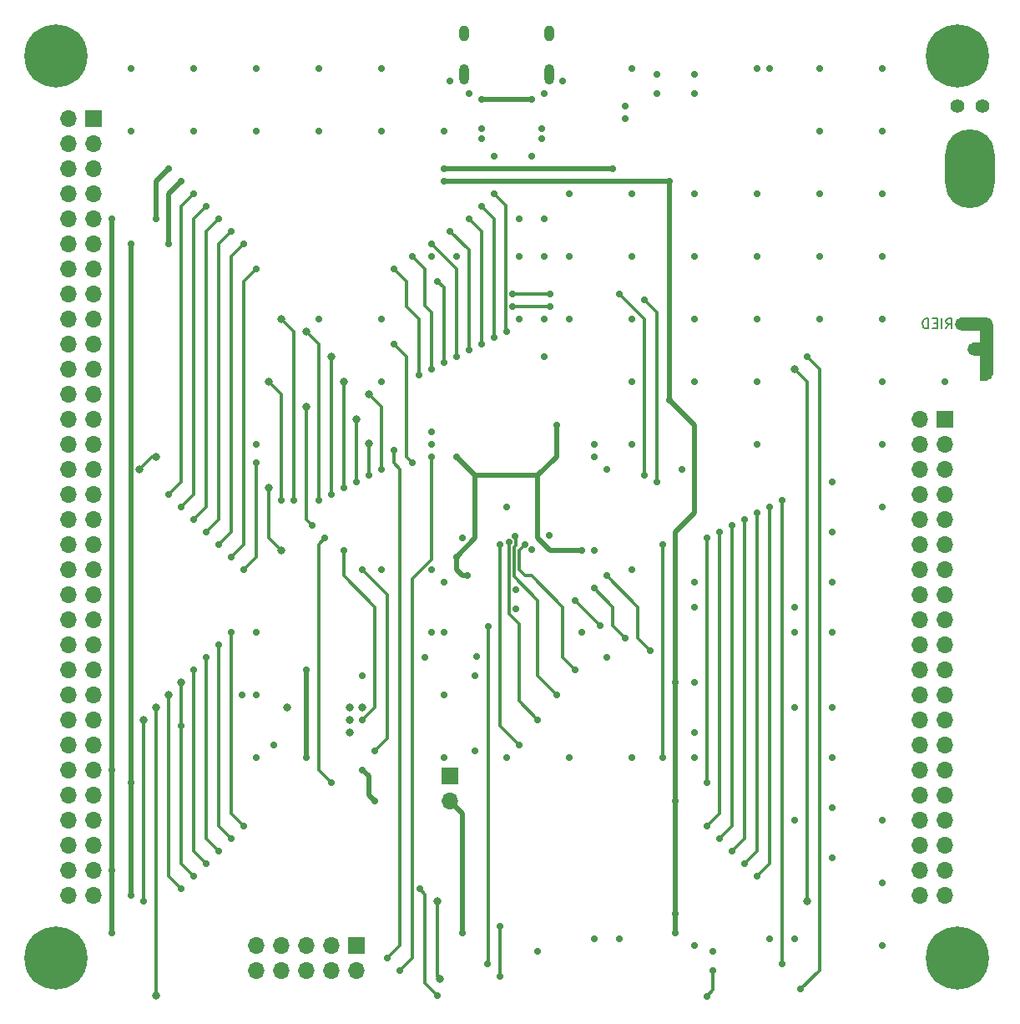
<source format=gbr>
%TF.GenerationSoftware,KiCad,Pcbnew,(6.0.5)*%
%TF.CreationDate,2022-08-30T11:56:48+01:00*%
%TF.ProjectId,STM32F405RGT6,53544d33-3246-4343-9035-524754362e6b,V22.08.0.1*%
%TF.SameCoordinates,Original*%
%TF.FileFunction,Copper,L4,Bot*%
%TF.FilePolarity,Positive*%
%FSLAX46Y46*%
G04 Gerber Fmt 4.6, Leading zero omitted, Abs format (unit mm)*
G04 Created by KiCad (PCBNEW (6.0.5)) date 2022-08-30 11:56:48*
%MOMM*%
%LPD*%
G01*
G04 APERTURE LIST*
%ADD10C,0.150000*%
%TA.AperFunction,NonConductor*%
%ADD11C,0.150000*%
%TD*%
%TA.AperFunction,EtchedComponent*%
%ADD12C,0.635500*%
%TD*%
%TA.AperFunction,EtchedComponent*%
%ADD13C,0.001000*%
%TD*%
%TA.AperFunction,ComponentPad*%
%ADD14O,5.000000X8.000000*%
%TD*%
%TA.AperFunction,ComponentPad*%
%ADD15C,6.400000*%
%TD*%
%TA.AperFunction,ComponentPad*%
%ADD16C,1.400000*%
%TD*%
%TA.AperFunction,ComponentPad*%
%ADD17R,1.700000X1.700000*%
%TD*%
%TA.AperFunction,ComponentPad*%
%ADD18O,1.700000X1.700000*%
%TD*%
%TA.AperFunction,ComponentPad*%
%ADD19O,1.000000X1.600000*%
%TD*%
%TA.AperFunction,ComponentPad*%
%ADD20O,1.000000X2.100000*%
%TD*%
%TA.AperFunction,ViaPad*%
%ADD21C,0.700000*%
%TD*%
%TA.AperFunction,ViaPad*%
%ADD22C,0.800000*%
%TD*%
%TA.AperFunction,Conductor*%
%ADD23C,0.300000*%
%TD*%
%TA.AperFunction,Conductor*%
%ADD24C,0.500000*%
%TD*%
G04 APERTURE END LIST*
D10*
%TO.C,REF\u002A\u002A*%
D11*
X132987726Y-66926380D02*
X133321059Y-66450190D01*
X133559154Y-66926380D02*
X133559154Y-65926380D01*
X133178202Y-65926380D01*
X133082964Y-65974000D01*
X133035345Y-66021619D01*
X132987726Y-66116857D01*
X132987726Y-66259714D01*
X133035345Y-66354952D01*
X133082964Y-66402571D01*
X133178202Y-66450190D01*
X133559154Y-66450190D01*
X132559154Y-66926380D02*
X132559154Y-65926380D01*
X132082964Y-66402571D02*
X131749630Y-66402571D01*
X131606773Y-66926380D02*
X132082964Y-66926380D01*
X132082964Y-65926380D01*
X131606773Y-65926380D01*
X131178202Y-66926380D02*
X131178202Y-65926380D01*
X130940107Y-65926380D01*
X130797250Y-65974000D01*
X130702011Y-66069238D01*
X130654392Y-66164476D01*
X130606773Y-66354952D01*
X130606773Y-66497809D01*
X130654392Y-66688285D01*
X130702011Y-66783523D01*
X130797250Y-66878761D01*
X130940107Y-66926380D01*
X131178202Y-66926380D01*
D12*
X137387500Y-66474000D02*
G75*
G03*
X137387500Y-66474000I-317750J0D01*
G01*
X136117500Y-69014000D02*
G75*
G03*
X136117500Y-69014000I-317750J0D01*
G01*
X134847500Y-66474000D02*
G75*
G03*
X134847500Y-66474000I-317750J0D01*
G01*
X137387500Y-71554000D02*
G75*
G03*
X137387500Y-71554000I-317750J0D01*
G01*
G36*
X137704750Y-66474000D02*
G01*
X137704750Y-71554000D01*
X137069750Y-72189000D01*
X136434750Y-72189000D01*
X136434750Y-69649000D01*
X135799750Y-69649000D01*
X135799750Y-68379000D01*
X136434750Y-68379000D01*
X136434750Y-67109000D01*
X134529750Y-67109000D01*
X134529750Y-65839000D01*
X137069750Y-65839000D01*
X137704750Y-66474000D01*
G37*
D13*
X137704750Y-66474000D02*
X137704750Y-71554000D01*
X137069750Y-72189000D01*
X136434750Y-72189000D01*
X136434750Y-69649000D01*
X135799750Y-69649000D01*
X135799750Y-68379000D01*
X136434750Y-68379000D01*
X136434750Y-67109000D01*
X134529750Y-67109000D01*
X134529750Y-65839000D01*
X137069750Y-65839000D01*
X137704750Y-66474000D01*
%TD*%
D14*
%TO.P,GND1,1,1*%
%TO.N,GND*%
X135395000Y-50724000D03*
%TD*%
D15*
%TO.P,H1,1*%
%TO.N,N/C*%
X42685000Y-39294000D03*
%TD*%
%TO.P,H2,1*%
%TO.N,N/C*%
X42685000Y-130734000D03*
%TD*%
%TO.P,H3,1*%
%TO.N,N/C*%
X134125000Y-130734000D03*
%TD*%
%TO.P,H4,1,1*%
%TO.N,Net-(H4-Pad1)*%
X134125000Y-39294000D03*
%TD*%
D16*
%TO.P,JP5,1,1*%
%TO.N,Net-(H4-Pad1)*%
X134125000Y-44374000D03*
%TO.P,JP5,2,2*%
%TO.N,GND*%
X136665000Y-44374000D03*
%TD*%
D17*
%TO.P,J3,1,Pin_1*%
%TO.N,V+*%
X46495000Y-45644000D03*
D18*
%TO.P,J3,2,Pin_2*%
X43955000Y-45644000D03*
%TO.P,J3,3,Pin_3*%
%TO.N,V-*%
X46495000Y-48184000D03*
%TO.P,J3,4,Pin_4*%
X43955000Y-48184000D03*
%TO.P,J3,5,Pin_5*%
%TO.N,+12V*%
X46495000Y-50724000D03*
%TO.P,J3,6,Pin_6*%
%TO.N,GND*%
X43955000Y-50724000D03*
%TO.P,J3,7,Pin_7*%
%TO.N,-12V*%
X46495000Y-53264000D03*
%TO.P,J3,8,Pin_8*%
%TO.N,GND*%
X43955000Y-53264000D03*
%TO.P,J3,9,Pin_9*%
%TO.N,+5V*%
X46495000Y-55804000D03*
%TO.P,J3,10,Pin_10*%
%TO.N,GND*%
X43955000Y-55804000D03*
%TO.P,J3,11,Pin_11*%
%TO.N,+3V3*%
X46495000Y-58344000D03*
%TO.P,J3,12,Pin_12*%
%TO.N,GND*%
X43955000Y-58344000D03*
%TO.P,J3,13,Pin_13*%
%TO.N,RX1*%
X46495000Y-60884000D03*
%TO.P,J3,14,Pin_14*%
%TO.N,TX1*%
X43955000Y-60884000D03*
%TO.P,J3,15,Pin_15*%
%TO.N,RX2*%
X46495000Y-63424000D03*
%TO.P,J3,16,Pin_16*%
%TO.N,TX2*%
X43955000Y-63424000D03*
%TO.P,J3,17,Pin_17*%
%TO.N,MOSI1*%
X46495000Y-65964000D03*
%TO.P,J3,18,Pin_18*%
%TO.N,MISO1*%
X43955000Y-65964000D03*
%TO.P,J3,19,Pin_19*%
%TO.N,CS1*%
X46495000Y-68504000D03*
%TO.P,J3,20,Pin_20*%
%TO.N,SCLK1*%
X43955000Y-68504000D03*
%TO.P,J3,21,Pin_21*%
%TO.N,CS2*%
X46495000Y-71044000D03*
%TO.P,J3,22,Pin_22*%
%TO.N,CS3*%
X43955000Y-71044000D03*
%TO.P,J3,23,Pin_23*%
%TO.N,SCLK2*%
X46495000Y-73584000D03*
%TO.P,J3,24,Pin_24*%
%TO.N,CS4*%
X43955000Y-73584000D03*
%TO.P,J3,25,Pin_25*%
%TO.N,MOSI2*%
X46495000Y-76124000D03*
%TO.P,J3,26,Pin_26*%
%TO.N,MISO2*%
X43955000Y-76124000D03*
%TO.P,J3,27,Pin_27*%
%TO.N,SCL1*%
X46495000Y-78664000D03*
%TO.P,J3,28,Pin_28*%
%TO.N,SDA1*%
X43955000Y-78664000D03*
%TO.P,J3,29,Pin_29*%
%TO.N,SCL2*%
X46495000Y-81204000D03*
%TO.P,J3,30,Pin_30*%
%TO.N,SDA2*%
X43955000Y-81204000D03*
%TO.P,J3,31,Pin_31*%
%TO.N,GPIO1~*%
X46495000Y-83744000D03*
%TO.P,J3,32,Pin_32*%
%TO.N,GPIO2~*%
X43955000Y-83744000D03*
%TO.P,J3,33,Pin_33*%
%TO.N,GPIO3~*%
X46495000Y-86284000D03*
%TO.P,J3,34,Pin_34*%
%TO.N,GPIO4~*%
X43955000Y-86284000D03*
%TO.P,J3,35,Pin_35*%
%TO.N,GPIO5*%
X46495000Y-88824000D03*
%TO.P,J3,36,Pin_36*%
%TO.N,GPIO6*%
X43955000Y-88824000D03*
%TO.P,J3,37,Pin_37*%
%TO.N,GPIO7*%
X46495000Y-91364000D03*
%TO.P,J3,38,Pin_38*%
%TO.N,GPIO8*%
X43955000Y-91364000D03*
%TO.P,J3,39,Pin_39*%
%TO.N,GPIO9*%
X46495000Y-93904000D03*
%TO.P,J3,40,Pin_40*%
%TO.N,GPIO10*%
X43955000Y-93904000D03*
%TO.P,J3,41,Pin_41*%
%TO.N,GPIO11*%
X46495000Y-96444000D03*
%TO.P,J3,42,Pin_42*%
%TO.N,GPIO12*%
X43955000Y-96444000D03*
%TO.P,J3,43,Pin_43*%
%TO.N,GPIO13*%
X46495000Y-98984000D03*
%TO.P,J3,44,Pin_44*%
%TO.N,GPIO14*%
X43955000Y-98984000D03*
%TO.P,J3,45,Pin_45*%
%TO.N,GPIO15~*%
X46495000Y-101524000D03*
%TO.P,J3,46,Pin_46*%
%TO.N,GPIO16~*%
X43955000Y-101524000D03*
%TO.P,J3,47,Pin_47*%
%TO.N,GPIO17~*%
X46495000Y-104064000D03*
%TO.P,J3,48,Pin_48*%
%TO.N,GPIO18~*%
X43955000Y-104064000D03*
%TO.P,J3,49,Pin_49*%
%TO.N,GPIO19~*%
X46495000Y-106604000D03*
%TO.P,J3,50,Pin_50*%
%TO.N,GPIO20~*%
X43955000Y-106604000D03*
%TO.P,J3,51,Pin_51*%
%TO.N,GPIO21*%
X46495000Y-109144000D03*
%TO.P,J3,52,Pin_52*%
%TO.N,GPIO22*%
X43955000Y-109144000D03*
%TO.P,J3,53,Pin_53*%
%TO.N,GPIO23*%
X46495000Y-111684000D03*
%TO.P,J3,54,Pin_54*%
%TO.N,GPIO24*%
X43955000Y-111684000D03*
%TO.P,J3,55,Pin_55*%
%TO.N,GPIO25*%
X46495000Y-114224000D03*
%TO.P,J3,56,Pin_56*%
%TO.N,GPIO26*%
X43955000Y-114224000D03*
%TO.P,J3,57,Pin_57*%
%TO.N,GPIO27*%
X46495000Y-116764000D03*
%TO.P,J3,58,Pin_58*%
%TO.N,GPIO28*%
X43955000Y-116764000D03*
%TO.P,J3,59,Pin_59*%
%TO.N,GPIO29*%
X46495000Y-119304000D03*
%TO.P,J3,60,Pin_60*%
%TO.N,GPIO30*%
X43955000Y-119304000D03*
%TO.P,J3,61,Pin_61*%
%TO.N,+5V*%
X46495000Y-121844000D03*
%TO.P,J3,62,Pin_62*%
%TO.N,GND*%
X43955000Y-121844000D03*
%TO.P,J3,63,Pin_63*%
%TO.N,+3V3*%
X46495000Y-124384000D03*
%TO.P,J3,64,Pin_64*%
%TO.N,GND*%
X43955000Y-124384000D03*
%TD*%
D17*
%TO.P,J4,1,Pin_1*%
%TO.N,GND*%
X132855000Y-76124000D03*
D18*
%TO.P,J4,2,Pin_2*%
%TO.N,+12VA*%
X130315000Y-76124000D03*
%TO.P,J4,3,Pin_3*%
%TO.N,GND*%
X132855000Y-78664000D03*
%TO.P,J4,4,Pin_4*%
%TO.N,-12VA*%
X130315000Y-78664000D03*
%TO.P,J4,5,Pin_5*%
%TO.N,GND*%
X132855000Y-81204000D03*
%TO.P,J4,6,Pin_6*%
X130315000Y-81204000D03*
%TO.P,J4,7,Pin_7*%
X132855000Y-83744000D03*
%TO.P,J4,8,Pin_8*%
X130315000Y-83744000D03*
%TO.P,J4,9,Pin_9*%
%TO.N,VREF1*%
X132855000Y-86284000D03*
%TO.P,J4,10,Pin_10*%
%TO.N,+5VA*%
X130315000Y-86284000D03*
%TO.P,J4,11,Pin_11*%
%TO.N,VREF2*%
X132855000Y-88824000D03*
%TO.P,J4,12,Pin_12*%
%TO.N,-5VA*%
X130315000Y-88824000D03*
%TO.P,J4,13,Pin_13*%
%TO.N,-A1*%
X132855000Y-91364000D03*
%TO.P,J4,14,Pin_14*%
%TO.N,+A1*%
X130315000Y-91364000D03*
%TO.P,J4,15,Pin_15*%
%TO.N,-A2*%
X132855000Y-93904000D03*
%TO.P,J4,16,Pin_16*%
%TO.N,+A2*%
X130315000Y-93904000D03*
%TO.P,J4,17,Pin_17*%
%TO.N,-A3*%
X132855000Y-96444000D03*
%TO.P,J4,18,Pin_18*%
%TO.N,+A3*%
X130315000Y-96444000D03*
%TO.P,J4,19,Pin_19*%
%TO.N,-A4*%
X132855000Y-98984000D03*
%TO.P,J4,20,Pin_20*%
%TO.N,+A4*%
X130315000Y-98984000D03*
%TO.P,J4,21,Pin_21*%
%TO.N,-A5*%
X132855000Y-101524000D03*
%TO.P,J4,22,Pin_22*%
%TO.N,+A5*%
X130315000Y-101524000D03*
%TO.P,J4,23,Pin_23*%
%TO.N,-A6*%
X132855000Y-104064000D03*
%TO.P,J4,24,Pin_24*%
%TO.N,+A6*%
X130315000Y-104064000D03*
%TO.P,J4,25,Pin_25*%
%TO.N,-A7*%
X132855000Y-106604000D03*
%TO.P,J4,26,Pin_26*%
%TO.N,+A7*%
X130315000Y-106604000D03*
%TO.P,J4,27,Pin_27*%
%TO.N,-A8*%
X132855000Y-109144000D03*
%TO.P,J4,28,Pin_28*%
%TO.N,+A8*%
X130315000Y-109144000D03*
%TO.P,J4,29,Pin_29*%
%TO.N,-A9*%
X132855000Y-111684000D03*
%TO.P,J4,30,Pin_30*%
%TO.N,+A9*%
X130315000Y-111684000D03*
%TO.P,J4,31,Pin_31*%
%TO.N,-A10*%
X132855000Y-114224000D03*
%TO.P,J4,32,Pin_32*%
%TO.N,+A10*%
X130315000Y-114224000D03*
%TO.P,J4,33,Pin_33*%
%TO.N,-A11*%
X132855000Y-116764000D03*
%TO.P,J4,34,Pin_34*%
%TO.N,+A11*%
X130315000Y-116764000D03*
%TO.P,J4,35,Pin_35*%
%TO.N,-A12*%
X132855000Y-119304000D03*
%TO.P,J4,36,Pin_36*%
%TO.N,+A12*%
X130315000Y-119304000D03*
%TO.P,J4,37,Pin_37*%
%TO.N,GND*%
X132855000Y-121844000D03*
%TO.P,J4,38,Pin_38*%
%TO.N,+5VA*%
X130315000Y-121844000D03*
%TO.P,J4,39,Pin_39*%
%TO.N,GND*%
X132855000Y-124384000D03*
%TO.P,J4,40,Pin_40*%
%TO.N,-5VA*%
X130315000Y-124384000D03*
%TD*%
D17*
%TO.P,J1,1,Pin_1*%
%TO.N,NRST*%
X73160000Y-129459000D03*
D18*
%TO.P,J1,2,Pin_2*%
%TO.N,SWCLK*%
X73160000Y-131999000D03*
%TO.P,J1,3,Pin_3*%
%TO.N,unconnected-(J1-Pad3)*%
X70620000Y-129459000D03*
%TO.P,J1,4,Pin_4*%
%TO.N,SWDIO*%
X70620000Y-131999000D03*
%TO.P,J1,5,Pin_5*%
%TO.N,GND*%
X68080000Y-129459000D03*
%TO.P,J1,6,Pin_6*%
X68080000Y-131999000D03*
%TO.P,J1,7,Pin_7*%
%TO.N,/DEBUG_5V*%
X65540000Y-129459000D03*
%TO.P,J1,8,Pin_8*%
X65540000Y-131999000D03*
%TO.P,J1,9,Pin_9*%
%TO.N,unconnected-(J1-Pad9)*%
X63000000Y-129459000D03*
%TO.P,J1,10,Pin_10*%
%TO.N,unconnected-(J1-Pad10)*%
X63000000Y-131999000D03*
%TD*%
D19*
%TO.P,J2,S1,SHIELD*%
%TO.N,unconnected-(J2-PadS1)*%
X92725000Y-36974000D03*
D20*
X84085000Y-41154000D03*
X92725000Y-41154000D03*
D19*
X84085000Y-36974000D03*
%TD*%
D17*
%TO.P,JP1,1,A*%
%TO.N,/BOOT0*%
X82690000Y-112319000D03*
D18*
%TO.P,JP1,2,B*%
%TO.N,+3V3*%
X82690000Y-114859000D03*
%TD*%
D21*
%TO.N,GND*%
X87135000Y-49454000D03*
X92215000Y-69774000D03*
X92215000Y-65964000D03*
X92215000Y-59614000D03*
X92215000Y-55804000D03*
X94755000Y-65964000D03*
X89675000Y-65964000D03*
X89675000Y-55804000D03*
X89675000Y-59614000D03*
X98565000Y-100254000D03*
X96025000Y-97714000D03*
X107455000Y-95174000D03*
X107455000Y-92634000D03*
X107455000Y-110414000D03*
X107455000Y-107874000D03*
X107455000Y-102794000D03*
X117615000Y-95174000D03*
X117615000Y-97714000D03*
X117615000Y-105334000D03*
X117615000Y-116764000D03*
X121425000Y-82474000D03*
X121425000Y-87554000D03*
X121425000Y-92634000D03*
X121425000Y-97714000D03*
X121425000Y-105334000D03*
X121425000Y-110414000D03*
X121425000Y-115494000D03*
X121425000Y-120574000D03*
X90945000Y-49454000D03*
X80785000Y-59614000D03*
X83325000Y-59614000D03*
X101105000Y-72314000D03*
X75705000Y-72314000D03*
X63005000Y-78664000D03*
X101105000Y-78664000D03*
X88405000Y-85014000D03*
X75705000Y-91364000D03*
X101105000Y-91364000D03*
X82055000Y-97714000D03*
X63005000Y-97714000D03*
X63005000Y-104064000D03*
X82055000Y-104064000D03*
X101105000Y-110414000D03*
X94755000Y-110414000D03*
X88405000Y-110414000D03*
X82055000Y-110414000D03*
X63005000Y-110414000D03*
X107455000Y-129464000D03*
X126505000Y-129464000D03*
X126505000Y-123114000D03*
X126505000Y-116764000D03*
X126505000Y-85014000D03*
X126505000Y-78664000D03*
X113805000Y-78664000D03*
X132855000Y-72314000D03*
X126505000Y-72314000D03*
X107455000Y-72314000D03*
X113805000Y-72314000D03*
X101105000Y-65964000D03*
X75705000Y-65964000D03*
X69355000Y-65964000D03*
X82055000Y-46914000D03*
X50305000Y-46914000D03*
X56655000Y-46914000D03*
X69355000Y-46914000D03*
X63005000Y-46914000D03*
X75705000Y-46914000D03*
X94755000Y-59614000D03*
X94755000Y-53264000D03*
X101105000Y-53264000D03*
X101105000Y-59614000D03*
X107455000Y-65964000D03*
X113805000Y-65964000D03*
X120155000Y-65964000D03*
X126505000Y-65964000D03*
X126505000Y-59614000D03*
X120155000Y-59614000D03*
X113805000Y-59614000D03*
X107455000Y-59614000D03*
X107455000Y-53264000D03*
X113805000Y-53264000D03*
X126505000Y-53264000D03*
X120155000Y-53264000D03*
X120155000Y-46914000D03*
X126505000Y-46914000D03*
X126505000Y-40564000D03*
X120155000Y-40564000D03*
X113805000Y-40564000D03*
X101105000Y-40564000D03*
X75705000Y-40564000D03*
X69355000Y-40564000D03*
X63005000Y-40564000D03*
X56655000Y-40564000D03*
X50305000Y-40564000D03*
D22*
X66180000Y-105334000D03*
D21*
X117615000Y-128829000D03*
X80785000Y-77394000D03*
D22*
X72530000Y-106604000D03*
D21*
X90958029Y-89376526D03*
X97295000Y-79934000D03*
X100470000Y-45644000D03*
X91961000Y-46660000D03*
X85340000Y-100144000D03*
X61595000Y-104064000D03*
D22*
X72530000Y-107874000D03*
D21*
X100470000Y-44374000D03*
X92760931Y-87921185D03*
X92215000Y-43104000D03*
X103645000Y-43104000D03*
X99835000Y-128829000D03*
X97295000Y-128829000D03*
X80785000Y-78664000D03*
X80785000Y-91364000D03*
X98565000Y-81204000D03*
X80150000Y-100254000D03*
X64770000Y-109144000D03*
X109360000Y-130099000D03*
X85230000Y-109779000D03*
X107455000Y-43104000D03*
X115075000Y-40564000D03*
X82055000Y-92634000D03*
X80785000Y-97714000D03*
X85230000Y-102159000D03*
X82690000Y-41834000D03*
X83960000Y-88189000D03*
X91961000Y-47676000D03*
X89340621Y-93417119D03*
X97295000Y-89459000D03*
X89340621Y-95322119D03*
D22*
X73800000Y-105334000D03*
D21*
X106185000Y-81204000D03*
X84595000Y-43104000D03*
X91580000Y-130099000D03*
X103645000Y-41199000D03*
X85865000Y-46660000D03*
X73800000Y-102159000D03*
X107455000Y-41199000D03*
X85865000Y-47676000D03*
X115075000Y-128829000D03*
X97295000Y-78664000D03*
X94120000Y-41834000D03*
D22*
X72530000Y-105334000D03*
D21*
%TO.N,GPIO1~*%
X56655000Y-53264000D03*
X54115000Y-83744000D03*
X88405000Y-67234000D03*
X87135000Y-53264000D03*
%TO.N,+5V*%
X82055000Y-50724000D03*
X54115000Y-50724000D03*
X99200000Y-50724000D03*
X48400000Y-128194000D03*
X48400000Y-121844000D03*
X48400000Y-111684000D03*
X48400000Y-55804000D03*
X52845000Y-55804000D03*
%TO.N,GPIO2~*%
X87135000Y-67869000D03*
X57925000Y-54534000D03*
X85865000Y-54534000D03*
X55385000Y-85014000D03*
%TO.N,GPIO3~*%
X84595000Y-55804000D03*
X85865000Y-68504000D03*
X56655000Y-86284000D03*
X59195000Y-55804000D03*
%TO.N,GPIO4~*%
X57925000Y-87554000D03*
X60465000Y-57074000D03*
X82690000Y-57074000D03*
X84595000Y-69139000D03*
%TO.N,GPIO15~*%
X113805000Y-122479000D03*
X55385000Y-107239000D03*
D22*
X55385000Y-102794000D03*
D21*
X56655000Y-122479000D03*
X115075000Y-85014000D03*
%TO.N,GPIO16~*%
X108725000Y-134608500D03*
X116345000Y-84379000D03*
X109360000Y-132004000D03*
X55385000Y-123749000D03*
X79579500Y-123749000D03*
X81420000Y-134544000D03*
D22*
X54115000Y-104064000D03*
D21*
X116345000Y-131369000D03*
D22*
%TO.N,GPIO17~*%
X52845000Y-105334000D03*
X117615000Y-71044000D03*
X52845000Y-134544000D03*
X118885000Y-125019000D03*
X81420000Y-125019000D03*
X81610000Y-132829000D03*
D21*
%TO.N,GPIO14*%
X113805000Y-85649000D03*
X56655000Y-101524000D03*
X112535000Y-121209000D03*
X57925000Y-121209000D03*
%TO.N,GPIO13*%
X57925000Y-100254000D03*
X112535000Y-86284000D03*
X59195000Y-119939000D03*
X111265000Y-119939000D03*
%TO.N,GPIO12*%
X109995000Y-118669000D03*
X59195000Y-98984000D03*
X60465000Y-118669000D03*
X111265000Y-86919000D03*
%TO.N,GPIO11*%
X61735000Y-117399000D03*
X109995000Y-87554000D03*
X108725000Y-117399000D03*
X60465000Y-97714000D03*
%TO.N,GPIO7*%
X61735000Y-91364000D03*
X63005000Y-80569000D03*
%TO.N,GPIO6*%
X63005000Y-60884000D03*
X79515000Y-71679000D03*
X76975000Y-60884000D03*
X60465000Y-90094000D03*
%TO.N,GPIO5*%
X61735000Y-58344000D03*
X80785000Y-58344000D03*
X59195000Y-88824000D03*
X83325000Y-69774000D03*
%TO.N,GPIO18~*%
X51575000Y-125019000D03*
X118250000Y-133909000D03*
D22*
X51575000Y-106604000D03*
D21*
X118885000Y-69774000D03*
X87770000Y-132639000D03*
X87770000Y-127559000D03*
D22*
%TO.N,SCL2*%
X51154500Y-81204000D03*
X52845000Y-79934000D03*
D21*
%TO.N,SDA1*%
X73800000Y-91364000D03*
X75070000Y-109779000D03*
%TO.N,SCL1*%
X73800000Y-106604000D03*
X71895000Y-89459000D03*
D22*
X64275000Y-83109000D03*
X65545000Y-89459000D03*
%TO.N,MISO2*%
X74435000Y-78549500D03*
D21*
X74435000Y-81839000D03*
D22*
%TO.N,MOSI2*%
X73165000Y-76124000D03*
D21*
X73165000Y-82474000D03*
%TO.N,CS4*%
X68720000Y-86919000D03*
D22*
X68085000Y-74854000D03*
D21*
%TO.N,SCLK2*%
X75705000Y-81204000D03*
D22*
X74435000Y-73584000D03*
%TO.N,CS3*%
X64275000Y-72314000D03*
D21*
X65545000Y-84379000D03*
%TO.N,CS2*%
X71895000Y-83109000D03*
D22*
X71895000Y-72314000D03*
D21*
%TO.N,SCLK1*%
X70625000Y-83744000D03*
D22*
X70625000Y-69774000D03*
D21*
%TO.N,CS1*%
X76975000Y-68504000D03*
X78880000Y-80569000D03*
%TO.N,MISO1*%
X69355000Y-84379000D03*
D22*
X68085000Y-67234000D03*
D21*
%TO.N,MOSI1*%
X66815000Y-84379000D03*
D22*
X65545000Y-65964000D03*
D21*
%TO.N,TX1*%
X82055000Y-70409000D03*
X81420000Y-62154000D03*
%TO.N,RX1*%
X78880000Y-59614000D03*
X80785000Y-71044000D03*
%TO.N,+A10*%
X108725000Y-112954000D03*
X108725000Y-88189000D03*
%TO.N,+A9*%
X104280000Y-88824000D03*
X104280000Y-110414000D03*
%TO.N,+A8*%
X87770000Y-88824000D03*
X89675000Y-109144000D03*
%TO.N,+A7*%
X88641121Y-88599830D03*
X91580000Y-106604000D03*
%TO.N,+A6*%
X93485000Y-104064000D03*
X89269436Y-87956149D03*
%TO.N,+A5*%
X95390000Y-101524000D03*
X90273550Y-88792922D03*
%TO.N,+A4*%
X103010000Y-99619000D03*
X98565000Y-91999000D03*
%TO.N,+A3*%
X100470000Y-98349000D03*
X97295000Y-93269000D03*
%TO.N,+A2*%
X95390000Y-94539000D03*
X97930000Y-97079000D03*
%TO.N,/USB_5V*%
X90945000Y-43739000D03*
X85865000Y-43739000D03*
%TO.N,TX2*%
X102375000Y-64059000D03*
X92850000Y-64694000D03*
X103645000Y-82474000D03*
X89040000Y-64694000D03*
%TO.N,RX2*%
X99835000Y-63424000D03*
X92850000Y-63424000D03*
X89040000Y-63424000D03*
X102375000Y-81839000D03*
%TO.N,SWDIO*%
X76340000Y-130734000D03*
X76975000Y-79299000D03*
%TO.N,SWCLK*%
X80785000Y-79934000D03*
X77610000Y-132004000D03*
%TO.N,/BOOT0*%
X70625000Y-112954000D03*
X69990000Y-88189000D03*
%TO.N,/VDD_Decoupling*%
X83325000Y-90094000D03*
X96025000Y-89459000D03*
X83325000Y-79934000D03*
X93485000Y-76759000D03*
X84455500Y-91999000D03*
%TO.N,NRST*%
X86500000Y-131369000D03*
X86574444Y-97153444D03*
%TO.N,+3V3*%
X105550000Y-102794000D03*
X50305000Y-124384000D03*
X54115000Y-58344000D03*
X75070000Y-114859000D03*
X73800000Y-111684000D03*
X68085000Y-110414000D03*
X104915000Y-74219000D03*
X50305000Y-58344000D03*
X105550000Y-128194000D03*
X82055000Y-51994000D03*
X83960000Y-128194000D03*
X55385000Y-51994000D03*
X105550000Y-114859000D03*
X105550000Y-126289000D03*
X50305000Y-112954000D03*
X104915000Y-51994000D03*
X68085000Y-101524000D03*
%TD*%
D23*
%TO.N,GPIO1~*%
X88340489Y-54469489D02*
X87135000Y-53264000D01*
X88340489Y-67169489D02*
X88340489Y-54469489D01*
X88405000Y-67234000D02*
X88340489Y-67169489D01*
%TO.N,GPIO2~*%
X85865000Y-54534000D02*
X87135000Y-55804000D01*
X87135000Y-55804000D02*
X87135000Y-67869000D01*
%TO.N,GPIO3~*%
X85865000Y-57074000D02*
X84595000Y-55804000D01*
X85865000Y-68504000D02*
X85865000Y-57074000D01*
%TO.N,GPIO4~*%
X84595000Y-58979000D02*
X82690000Y-57074000D01*
X84595000Y-69139000D02*
X84595000Y-58979000D01*
%TO.N,GPIO5*%
X83325000Y-60884000D02*
X80785000Y-58344000D01*
X83325000Y-69774000D02*
X83325000Y-60884000D01*
%TO.N,TX1*%
X82055000Y-62789000D02*
X81420000Y-62154000D01*
X82055000Y-70409000D02*
X82055000Y-62789000D01*
%TO.N,RX1*%
X80150000Y-60884000D02*
X78880000Y-59614000D01*
X80150000Y-64658286D02*
X80150000Y-60884000D01*
X80785000Y-65293286D02*
X80150000Y-64658286D01*
X80785000Y-71044000D02*
X80785000Y-65293286D01*
%TO.N,GPIO6*%
X78245000Y-64694000D02*
X78245000Y-62154000D01*
X79515000Y-65964000D02*
X78245000Y-64694000D01*
X78245000Y-62154000D02*
X76975000Y-60884000D01*
X79515000Y-71679000D02*
X79515000Y-65964000D01*
%TO.N,CS1*%
X78245000Y-79934000D02*
X78880000Y-80569000D01*
X78245000Y-69774000D02*
X78245000Y-79934000D01*
X76975000Y-68504000D02*
X78245000Y-69774000D01*
%TO.N,SWDIO*%
X76975000Y-80569000D02*
X76975000Y-79299000D01*
X77610000Y-129464000D02*
X76340000Y-130734000D01*
X77610000Y-81204000D02*
X77610000Y-129464000D01*
X76975000Y-80569000D02*
X77610000Y-81204000D01*
%TO.N,GPIO1~*%
X54115000Y-83744000D02*
X55385000Y-82474000D01*
X55385000Y-82474000D02*
X55385000Y-54534000D01*
X55385000Y-54534000D02*
X56655000Y-53264000D01*
D24*
%TO.N,+5V*%
X54115000Y-50724000D02*
X52845000Y-51994000D01*
X99200000Y-50724000D02*
X82055000Y-50724000D01*
X48400000Y-121844000D02*
X48400000Y-111684000D01*
X48400000Y-128194000D02*
X48400000Y-121844000D01*
X52845000Y-51994000D02*
X52845000Y-55804000D01*
X48400000Y-111684000D02*
X48400000Y-55804000D01*
D23*
%TO.N,GPIO2~*%
X56655000Y-55804000D02*
X57925000Y-54534000D01*
X56655000Y-83744000D02*
X56655000Y-55804000D01*
X55385000Y-85014000D02*
X56655000Y-83744000D01*
%TO.N,GPIO3~*%
X57925000Y-85014000D02*
X57925000Y-57074000D01*
X57925000Y-57074000D02*
X59195000Y-55804000D01*
X56655000Y-86284000D02*
X57925000Y-85014000D01*
%TO.N,GPIO4~*%
X59195000Y-86284000D02*
X59195000Y-58344000D01*
X59195000Y-58344000D02*
X60465000Y-57074000D01*
X57925000Y-87554000D02*
X59195000Y-86284000D01*
%TO.N,GPIO15~*%
X56655000Y-122479000D02*
X55385000Y-121209000D01*
X55385000Y-107239000D02*
X55385000Y-102794000D01*
X55385000Y-121209000D02*
X55385000Y-107239000D01*
X115075000Y-121209000D02*
X115075000Y-85014000D01*
X113805000Y-122479000D02*
X115075000Y-121209000D01*
%TO.N,GPIO16~*%
X80150000Y-133274000D02*
X81420000Y-134544000D01*
X54115000Y-122479000D02*
X54115000Y-104064000D01*
X109360000Y-133973500D02*
X109360000Y-132004000D01*
X55385000Y-123749000D02*
X54115000Y-122479000D01*
X80150000Y-124319500D02*
X80150000Y-133274000D01*
X79579500Y-123749000D02*
X80150000Y-124319500D01*
X116345000Y-131369000D02*
X116345000Y-84379000D01*
X108725000Y-134608500D02*
X109360000Y-133973500D01*
%TO.N,GPIO17~*%
X118885000Y-72314000D02*
X118885000Y-73584000D01*
X118885000Y-73584000D02*
X118885000Y-125019000D01*
X117615000Y-71044000D02*
X118885000Y-72314000D01*
X52845000Y-105334000D02*
X52845000Y-134544000D01*
X81420000Y-132639000D02*
X81610000Y-132829000D01*
X81420000Y-125019000D02*
X81420000Y-132639000D01*
%TO.N,GPIO14*%
X113805000Y-119939000D02*
X113805000Y-85649000D01*
X56655000Y-119939000D02*
X56655000Y-101524000D01*
X57925000Y-121209000D02*
X56655000Y-119939000D01*
X112535000Y-121209000D02*
X113805000Y-119939000D01*
%TO.N,GPIO13*%
X59195000Y-119939000D02*
X57925000Y-118669000D01*
X111265000Y-119939000D02*
X112535000Y-118669000D01*
X112535000Y-118669000D02*
X112535000Y-86284000D01*
X57925000Y-118669000D02*
X57925000Y-100254000D01*
%TO.N,GPIO12*%
X111265000Y-117399000D02*
X111265000Y-86919000D01*
X59195000Y-117399000D02*
X60465000Y-118669000D01*
X109995000Y-118669000D02*
X111265000Y-117399000D01*
X59195000Y-98984000D02*
X59195000Y-117399000D01*
%TO.N,GPIO11*%
X60465000Y-116129000D02*
X61735000Y-117399000D01*
X108725000Y-117399000D02*
X109995000Y-116129000D01*
X60465000Y-97714000D02*
X60465000Y-116129000D01*
X109995000Y-116129000D02*
X109995000Y-87554000D01*
%TO.N,GPIO7*%
X63005000Y-80569000D02*
X63005000Y-90094000D01*
X63005000Y-90094000D02*
X61735000Y-91364000D01*
%TO.N,GPIO6*%
X60465000Y-90094000D02*
X61735000Y-88824000D01*
X61735000Y-62154000D02*
X63005000Y-60884000D01*
X61735000Y-88824000D02*
X61735000Y-62154000D01*
%TO.N,GPIO5*%
X60465000Y-87554000D02*
X60465000Y-59614000D01*
X60465000Y-59614000D02*
X61735000Y-58344000D01*
X59195000Y-88824000D02*
X60465000Y-87554000D01*
%TO.N,GPIO18~*%
X120155000Y-132004000D02*
X118250000Y-133909000D01*
X120155000Y-71044000D02*
X120155000Y-132004000D01*
X118885000Y-69774000D02*
X120155000Y-71044000D01*
X51575000Y-125019000D02*
X51575000Y-106604000D01*
X87770000Y-132639000D02*
X87770000Y-127559000D01*
%TO.N,SCL2*%
X52424500Y-79934000D02*
X51154500Y-81204000D01*
X52845000Y-79934000D02*
X52424500Y-79934000D01*
%TO.N,SDA1*%
X75070000Y-109779000D02*
X76340000Y-108509000D01*
X76340000Y-108509000D02*
X76340000Y-93904000D01*
X76340000Y-93904000D02*
X73800000Y-91364000D01*
%TO.N,SCL1*%
X73800000Y-106604000D02*
X75070000Y-105334000D01*
X64275000Y-83109000D02*
X64275000Y-88189000D01*
X71895000Y-91999000D02*
X71895000Y-89459000D01*
X75070000Y-105334000D02*
X75070000Y-95174000D01*
X64275000Y-88189000D02*
X65545000Y-89459000D01*
X75070000Y-95174000D02*
X71895000Y-91999000D01*
%TO.N,MISO2*%
X74435000Y-78549500D02*
X74435000Y-81839000D01*
%TO.N,MOSI2*%
X73165000Y-76124000D02*
X73165000Y-82474000D01*
%TO.N,CS4*%
X68085000Y-86284000D02*
X68720000Y-86919000D01*
X68085000Y-74854000D02*
X68085000Y-86284000D01*
%TO.N,SCLK2*%
X74435000Y-73584000D02*
X75705000Y-74854000D01*
X75705000Y-74854000D02*
X75705000Y-81204000D01*
%TO.N,CS3*%
X65545000Y-73584000D02*
X64275000Y-72314000D01*
X65545000Y-84379000D02*
X65545000Y-73584000D01*
%TO.N,CS2*%
X71895000Y-72314000D02*
X71895000Y-83109000D01*
%TO.N,SCLK1*%
X70625000Y-69774000D02*
X70625000Y-83744000D01*
%TO.N,MISO1*%
X68085000Y-67234000D02*
X69355000Y-68504000D01*
X69355000Y-68504000D02*
X69355000Y-84379000D01*
%TO.N,MOSI1*%
X66815000Y-67234000D02*
X66815000Y-84379000D01*
X65545000Y-65964000D02*
X66815000Y-67234000D01*
%TO.N,+A10*%
X108725000Y-112954000D02*
X108725000Y-88189000D01*
%TO.N,+A9*%
X104280000Y-88824000D02*
X104280000Y-110414000D01*
%TO.N,+A8*%
X89675000Y-109144000D02*
X87770000Y-107239000D01*
X87770000Y-107239000D02*
X87770000Y-88824000D01*
%TO.N,+A7*%
X88641121Y-95851683D02*
X88641121Y-88599830D01*
X89675000Y-104699000D02*
X89675000Y-96885562D01*
X91580000Y-106604000D02*
X89675000Y-104699000D01*
X89675000Y-96885562D02*
X88641121Y-95851683D01*
%TO.N,+A6*%
X89140641Y-89089569D02*
X89340632Y-88889578D01*
X93485000Y-104064000D02*
X91580000Y-102159000D01*
X91580000Y-102159000D02*
X91580000Y-94484674D01*
X89340632Y-88889578D02*
X89340632Y-88027345D01*
X89140641Y-92045315D02*
X89140641Y-89089569D01*
X91580000Y-94484674D02*
X89140641Y-92045315D01*
X89340632Y-88027345D02*
X89269436Y-87956149D01*
%TO.N,+A5*%
X90310000Y-91999000D02*
X89675000Y-91364000D01*
X89675000Y-89391472D02*
X90273550Y-88792922D01*
X94120000Y-100254000D02*
X94120000Y-95174000D01*
X94120000Y-95174000D02*
X90945000Y-91999000D01*
X95390000Y-101524000D02*
X94120000Y-100254000D01*
X90945000Y-91999000D02*
X90310000Y-91999000D01*
X89675000Y-91364000D02*
X89675000Y-89391472D01*
%TO.N,+A4*%
X103010000Y-99619000D02*
X101740000Y-98349000D01*
X101740000Y-98349000D02*
X101740000Y-95174000D01*
X101740000Y-95174000D02*
X98565000Y-91999000D01*
%TO.N,+A3*%
X100470000Y-98349000D02*
X99200000Y-97079000D01*
X99200000Y-97079000D02*
X99200000Y-95174000D01*
X99200000Y-95174000D02*
X97295000Y-93269000D01*
%TO.N,+A2*%
X95390000Y-94539000D02*
X97930000Y-97079000D01*
D24*
%TO.N,/USB_5V*%
X85865000Y-43739000D02*
X90945000Y-43739000D01*
D23*
%TO.N,TX2*%
X103645000Y-65329000D02*
X103645000Y-82474000D01*
X89040000Y-64694000D02*
X92850000Y-64694000D01*
X102375000Y-64059000D02*
X103645000Y-65329000D01*
%TO.N,RX2*%
X102375000Y-65964000D02*
X102375000Y-81839000D01*
X89040000Y-63424000D02*
X92850000Y-63424000D01*
X99835000Y-63424000D02*
X102375000Y-65964000D01*
%TO.N,SWCLK*%
X77610000Y-132004000D02*
X78880000Y-130734000D01*
X80785000Y-90374741D02*
X80785000Y-79934000D01*
X78880000Y-92279741D02*
X80785000Y-90374741D01*
X78880000Y-130734000D02*
X78880000Y-92279741D01*
%TO.N,/BOOT0*%
X69990000Y-88189000D02*
X69355000Y-88824000D01*
X69355000Y-111684000D02*
X70625000Y-112954000D01*
X69355000Y-88824000D02*
X69355000Y-111684000D01*
D24*
%TO.N,/VDD_Decoupling*%
X93485000Y-79934000D02*
X93485000Y-76759000D01*
X83325000Y-79934000D02*
X85230000Y-81839000D01*
X83960000Y-91999000D02*
X83325000Y-91364000D01*
X92850000Y-89459000D02*
X91580000Y-88189000D01*
X83325000Y-90094000D02*
X85230000Y-88189000D01*
X85230000Y-81839000D02*
X91580000Y-81839000D01*
X84455500Y-91999000D02*
X83960000Y-91999000D01*
X85230000Y-88189000D02*
X85230000Y-81839000D01*
X91580000Y-88189000D02*
X91580000Y-81839000D01*
X83325000Y-91364000D02*
X83325000Y-90094000D01*
X91580000Y-81839000D02*
X93485000Y-79934000D01*
X96025000Y-89459000D02*
X92850000Y-89459000D01*
D23*
%TO.N,NRST*%
X86574444Y-131294556D02*
X86574444Y-97153444D01*
X86500000Y-131369000D02*
X86574444Y-131294556D01*
D24*
%TO.N,+3V3*%
X107455000Y-76759000D02*
X107455000Y-85649000D01*
X104915000Y-51994000D02*
X104915000Y-60249000D01*
X105550000Y-114859000D02*
X105550000Y-126289000D01*
X74435000Y-114224000D02*
X74435000Y-112319000D01*
X50305000Y-112954000D02*
X50305000Y-58344000D01*
X50305000Y-112954000D02*
X50305000Y-124384000D01*
X74435000Y-112319000D02*
X73800000Y-111684000D01*
X105550000Y-87554000D02*
X105550000Y-102794000D01*
X68085000Y-101524000D02*
X68085000Y-110414000D01*
X83960000Y-116129000D02*
X83960000Y-128194000D01*
X75070000Y-114859000D02*
X74435000Y-114224000D01*
X104915000Y-74219000D02*
X107455000Y-76759000D01*
X82690000Y-114859000D02*
X83960000Y-116129000D01*
X105550000Y-102794000D02*
X105550000Y-114859000D01*
X54115000Y-53264000D02*
X54115000Y-58344000D01*
X107455000Y-85649000D02*
X105550000Y-87554000D01*
X104915000Y-60249000D02*
X104915000Y-74219000D01*
X104915000Y-51994000D02*
X82055000Y-51994000D01*
X105550000Y-126289000D02*
X105550000Y-128194000D01*
X55385000Y-51994000D02*
X54115000Y-53264000D01*
%TD*%
M02*

</source>
